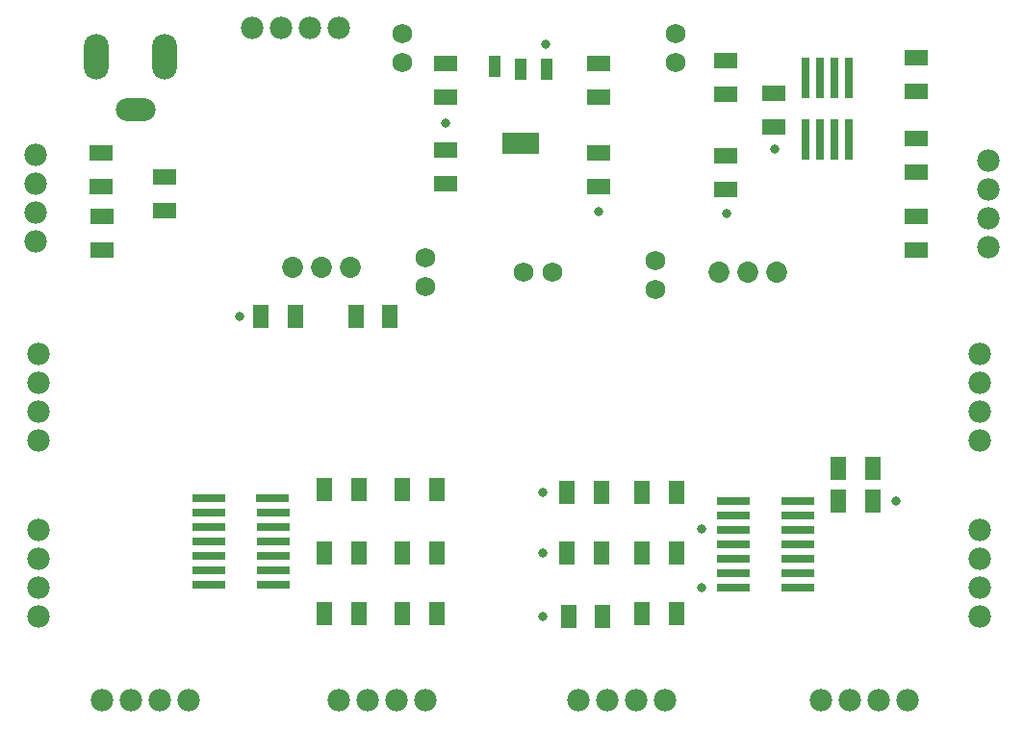
<source format=gbr>
G04*
G04 #@! TF.GenerationSoftware,Altium Limited,Altium Designer,24.1.2 (44)*
G04*
G04 Layer_Color=8388736*
%FSLAX44Y44*%
%MOMM*%
G71*
G04*
G04 #@! TF.SameCoordinates,D001C995-844A-49CF-98A3-68F74957D7C1*
G04*
G04*
G04 #@! TF.FilePolarity,Negative*
G04*
G01*
G75*
%ADD24R,1.0414X1.9032*%
%ADD25R,3.3020X1.9032*%
%ADD26R,2.0066X1.3208*%
%ADD27R,1.3208X2.0066*%
%ADD28R,0.8032X3.6032*%
%ADD29R,2.8532X0.8032*%
%ADD30C,1.7272*%
%ADD31C,1.8532*%
%ADD32O,2.2032X4.0032*%
%ADD33O,3.5032X2.0032*%
%ADD34C,1.9812*%
%ADD35C,0.8382*%
D24*
X431546Y576020D02*
D03*
X454660Y573520D02*
D03*
X477774D02*
D03*
D25*
X454660Y508520D02*
D03*
D26*
X635000Y497586D02*
D03*
Y467614D02*
D03*
X388620Y472694D02*
D03*
Y502666D02*
D03*
X802640Y583946D02*
D03*
Y553974D02*
D03*
Y512826D02*
D03*
Y482854D02*
D03*
Y414274D02*
D03*
Y444246D02*
D03*
X676910Y552196D02*
D03*
Y522224D02*
D03*
X523240Y548894D02*
D03*
Y578866D02*
D03*
X86360Y444246D02*
D03*
Y414274D02*
D03*
X140970Y448564D02*
D03*
Y478536D02*
D03*
X85090Y470154D02*
D03*
Y500126D02*
D03*
X388620Y578866D02*
D03*
Y548894D02*
D03*
X523240Y500126D02*
D03*
Y470154D02*
D03*
X635000Y551434D02*
D03*
Y581406D02*
D03*
D27*
X226314Y355600D02*
D03*
X256286D02*
D03*
X309880D02*
D03*
X339852D02*
D03*
X764286Y193040D02*
D03*
X734314D02*
D03*
Y222250D02*
D03*
X764286D02*
D03*
X312166Y203200D02*
D03*
X282194D02*
D03*
X380746D02*
D03*
X350774D02*
D03*
X561594Y200660D02*
D03*
X591566D02*
D03*
X495554D02*
D03*
X525526D02*
D03*
X312166Y147320D02*
D03*
X282194D02*
D03*
X380746D02*
D03*
X350774D02*
D03*
X561594D02*
D03*
X591566D02*
D03*
X495554D02*
D03*
X525526D02*
D03*
X312166Y93980D02*
D03*
X282194D02*
D03*
X380746D02*
D03*
X350774D02*
D03*
X561594D02*
D03*
X591566D02*
D03*
X496824Y91440D02*
D03*
X526796D02*
D03*
D28*
X704850Y565480D02*
D03*
X717550D02*
D03*
X730250D02*
D03*
X742950D02*
D03*
Y511480D02*
D03*
X730250D02*
D03*
X717550D02*
D03*
X704850D02*
D03*
D29*
X236220Y195580D02*
D03*
X236640Y182880D02*
D03*
Y170180D02*
D03*
Y157480D02*
D03*
Y144780D02*
D03*
Y132080D02*
D03*
Y119380D02*
D03*
X179920D02*
D03*
Y132080D02*
D03*
Y144780D02*
D03*
Y157480D02*
D03*
Y170180D02*
D03*
Y182880D02*
D03*
Y195580D02*
D03*
X698080Y193040D02*
D03*
X698500Y180340D02*
D03*
Y167640D02*
D03*
Y154940D02*
D03*
Y142240D02*
D03*
Y129540D02*
D03*
Y116840D02*
D03*
X641780D02*
D03*
Y129540D02*
D03*
Y142240D02*
D03*
Y154940D02*
D03*
Y167640D02*
D03*
Y180340D02*
D03*
Y193040D02*
D03*
D30*
X572770Y405130D02*
D03*
Y379730D02*
D03*
X370840Y407670D02*
D03*
Y382270D02*
D03*
X590550Y604520D02*
D03*
Y579120D02*
D03*
X457200Y394970D02*
D03*
X482600D02*
D03*
X350520Y604520D02*
D03*
Y579120D02*
D03*
D31*
X679450Y394970D02*
D03*
X654050D02*
D03*
X628650D02*
D03*
X254000Y398780D02*
D03*
X279400D02*
D03*
X304800D02*
D03*
D32*
X141280Y584200D02*
D03*
X81280D02*
D03*
D33*
X116280Y537700D02*
D03*
D34*
X243840Y609600D02*
D03*
X218440D02*
D03*
X294640D02*
D03*
X269240D02*
D03*
X866140Y467360D02*
D03*
Y492760D02*
D03*
Y416560D02*
D03*
Y441960D02*
D03*
X769620Y17780D02*
D03*
X795020D02*
D03*
X718820D02*
D03*
X744220D02*
D03*
X556260D02*
D03*
X581660D02*
D03*
X505460D02*
D03*
X530860D02*
D03*
X858520Y116840D02*
D03*
Y91440D02*
D03*
Y167640D02*
D03*
Y142240D02*
D03*
Y271780D02*
D03*
Y246380D02*
D03*
Y322580D02*
D03*
Y297180D02*
D03*
X30480Y142240D02*
D03*
Y167640D02*
D03*
Y91440D02*
D03*
Y116840D02*
D03*
X345440Y17780D02*
D03*
X370840D02*
D03*
X294640D02*
D03*
X320040D02*
D03*
X137160D02*
D03*
X162560D02*
D03*
X86360D02*
D03*
X111760D02*
D03*
X27940Y472440D02*
D03*
Y497840D02*
D03*
Y421640D02*
D03*
Y447040D02*
D03*
X30480Y297180D02*
D03*
Y322580D02*
D03*
Y246380D02*
D03*
Y271780D02*
D03*
D35*
X678180Y502920D02*
D03*
X635500Y446270D02*
D03*
X476250Y595630D02*
D03*
X613410Y116840D02*
D03*
Y168910D02*
D03*
X784860Y193040D02*
D03*
X473710Y91440D02*
D03*
Y147320D02*
D03*
Y200660D02*
D03*
X388620Y525780D02*
D03*
X523240Y448310D02*
D03*
X207010Y355600D02*
D03*
M02*

</source>
